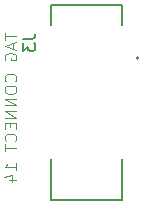
<source format=gbr>
%TF.GenerationSoftware,KiCad,Pcbnew,8.0.7*%
%TF.CreationDate,2025-01-18T18:24:10+01:00*%
%TF.ProjectId,tuff_tuff_pcb,74756666-5f74-4756-9666-5f7063622e6b,rev?*%
%TF.SameCoordinates,Original*%
%TF.FileFunction,Legend,Bot*%
%TF.FilePolarity,Positive*%
%FSLAX46Y46*%
G04 Gerber Fmt 4.6, Leading zero omitted, Abs format (unit mm)*
G04 Created by KiCad (PCBNEW 8.0.7) date 2025-01-18 18:24:10*
%MOMM*%
%LPD*%
G01*
G04 APERTURE LIST*
%ADD10C,0.100000*%
%ADD11C,0.150000*%
%ADD12C,0.127000*%
%ADD13C,0.200000*%
%ADD14R,1.700000X1.700000*%
%ADD15O,1.700000X1.700000*%
%ADD16C,2.451100*%
%ADD17C,1.066800*%
%ADD18C,0.991400*%
G04 APERTURE END LIST*
D10*
X-34127581Y47838973D02*
X-34127581Y47267545D01*
X-33127581Y47553259D02*
X-34127581Y47553259D01*
X-33413296Y46981830D02*
X-33413296Y46505640D01*
X-33127581Y47077068D02*
X-34127581Y46743735D01*
X-34127581Y46743735D02*
X-33127581Y46410402D01*
X-34079962Y45553259D02*
X-34127581Y45648497D01*
X-34127581Y45648497D02*
X-34127581Y45791354D01*
X-34127581Y45791354D02*
X-34079962Y45934211D01*
X-34079962Y45934211D02*
X-33984724Y46029449D01*
X-33984724Y46029449D02*
X-33889486Y46077068D01*
X-33889486Y46077068D02*
X-33699010Y46124687D01*
X-33699010Y46124687D02*
X-33556153Y46124687D01*
X-33556153Y46124687D02*
X-33365677Y46077068D01*
X-33365677Y46077068D02*
X-33270439Y46029449D01*
X-33270439Y46029449D02*
X-33175200Y45934211D01*
X-33175200Y45934211D02*
X-33127581Y45791354D01*
X-33127581Y45791354D02*
X-33127581Y45696116D01*
X-33127581Y45696116D02*
X-33175200Y45553259D01*
X-33175200Y45553259D02*
X-33222820Y45505640D01*
X-33222820Y45505640D02*
X-33556153Y45505640D01*
X-33556153Y45505640D02*
X-33556153Y45696116D01*
X-33222820Y43743735D02*
X-33175200Y43791354D01*
X-33175200Y43791354D02*
X-33127581Y43934211D01*
X-33127581Y43934211D02*
X-33127581Y44029449D01*
X-33127581Y44029449D02*
X-33175200Y44172306D01*
X-33175200Y44172306D02*
X-33270439Y44267544D01*
X-33270439Y44267544D02*
X-33365677Y44315163D01*
X-33365677Y44315163D02*
X-33556153Y44362782D01*
X-33556153Y44362782D02*
X-33699010Y44362782D01*
X-33699010Y44362782D02*
X-33889486Y44315163D01*
X-33889486Y44315163D02*
X-33984724Y44267544D01*
X-33984724Y44267544D02*
X-34079962Y44172306D01*
X-34079962Y44172306D02*
X-34127581Y44029449D01*
X-34127581Y44029449D02*
X-34127581Y43934211D01*
X-34127581Y43934211D02*
X-34079962Y43791354D01*
X-34079962Y43791354D02*
X-34032343Y43743735D01*
X-34127581Y43124687D02*
X-34127581Y42934211D01*
X-34127581Y42934211D02*
X-34079962Y42838973D01*
X-34079962Y42838973D02*
X-33984724Y42743735D01*
X-33984724Y42743735D02*
X-33794248Y42696116D01*
X-33794248Y42696116D02*
X-33460915Y42696116D01*
X-33460915Y42696116D02*
X-33270439Y42743735D01*
X-33270439Y42743735D02*
X-33175200Y42838973D01*
X-33175200Y42838973D02*
X-33127581Y42934211D01*
X-33127581Y42934211D02*
X-33127581Y43124687D01*
X-33127581Y43124687D02*
X-33175200Y43219925D01*
X-33175200Y43219925D02*
X-33270439Y43315163D01*
X-33270439Y43315163D02*
X-33460915Y43362782D01*
X-33460915Y43362782D02*
X-33794248Y43362782D01*
X-33794248Y43362782D02*
X-33984724Y43315163D01*
X-33984724Y43315163D02*
X-34079962Y43219925D01*
X-34079962Y43219925D02*
X-34127581Y43124687D01*
X-33127581Y42267544D02*
X-34127581Y42267544D01*
X-34127581Y42267544D02*
X-33127581Y41696116D01*
X-33127581Y41696116D02*
X-34127581Y41696116D01*
X-33127581Y41219925D02*
X-34127581Y41219925D01*
X-34127581Y41219925D02*
X-33127581Y40648497D01*
X-33127581Y40648497D02*
X-34127581Y40648497D01*
X-33651391Y40172306D02*
X-33651391Y39838973D01*
X-33127581Y39696116D02*
X-33127581Y40172306D01*
X-33127581Y40172306D02*
X-34127581Y40172306D01*
X-34127581Y40172306D02*
X-34127581Y39696116D01*
X-33222820Y38696116D02*
X-33175200Y38743735D01*
X-33175200Y38743735D02*
X-33127581Y38886592D01*
X-33127581Y38886592D02*
X-33127581Y38981830D01*
X-33127581Y38981830D02*
X-33175200Y39124687D01*
X-33175200Y39124687D02*
X-33270439Y39219925D01*
X-33270439Y39219925D02*
X-33365677Y39267544D01*
X-33365677Y39267544D02*
X-33556153Y39315163D01*
X-33556153Y39315163D02*
X-33699010Y39315163D01*
X-33699010Y39315163D02*
X-33889486Y39267544D01*
X-33889486Y39267544D02*
X-33984724Y39219925D01*
X-33984724Y39219925D02*
X-34079962Y39124687D01*
X-34079962Y39124687D02*
X-34127581Y38981830D01*
X-34127581Y38981830D02*
X-34127581Y38886592D01*
X-34127581Y38886592D02*
X-34079962Y38743735D01*
X-34079962Y38743735D02*
X-34032343Y38696116D01*
X-34127581Y38410401D02*
X-34127581Y37838973D01*
X-33127581Y38124687D02*
X-34127581Y38124687D01*
X-33127581Y36219925D02*
X-33127581Y36791353D01*
X-33127581Y36505639D02*
X-34127581Y36505639D01*
X-34127581Y36505639D02*
X-33984724Y36600877D01*
X-33984724Y36600877D02*
X-33889486Y36696115D01*
X-33889486Y36696115D02*
X-33841867Y36791353D01*
X-33794248Y35362782D02*
X-33127581Y35362782D01*
X-34175200Y35600877D02*
X-33460915Y35838972D01*
X-33460915Y35838972D02*
X-33460915Y35219925D01*
D11*
X-32532681Y47323334D02*
X-31818396Y47323334D01*
X-31818396Y47323334D02*
X-31675539Y47370953D01*
X-31675539Y47370953D02*
X-31580300Y47466191D01*
X-31580300Y47466191D02*
X-31532681Y47609048D01*
X-31532681Y47609048D02*
X-31532681Y47704286D01*
X-32532681Y46942381D02*
X-32532681Y46323334D01*
X-32532681Y46323334D02*
X-32151729Y46656667D01*
X-32151729Y46656667D02*
X-32151729Y46513810D01*
X-32151729Y46513810D02*
X-32104110Y46418572D01*
X-32104110Y46418572D02*
X-32056491Y46370953D01*
X-32056491Y46370953D02*
X-31961253Y46323334D01*
X-31961253Y46323334D02*
X-31723158Y46323334D01*
X-31723158Y46323334D02*
X-31627920Y46370953D01*
X-31627920Y46370953D02*
X-31580300Y46418572D01*
X-31580300Y46418572D02*
X-31532681Y46513810D01*
X-31532681Y46513810D02*
X-31532681Y46799524D01*
X-31532681Y46799524D02*
X-31580300Y46894762D01*
X-31580300Y46894762D02*
X-31627920Y46942381D01*
D12*
%TO.C,J3*%
X-30225000Y50160000D02*
X-24225000Y50160000D01*
X-30225000Y48530000D02*
X-30225000Y50160000D01*
X-30225000Y33660000D02*
X-30225000Y37190000D01*
X-24225000Y50160000D02*
X-24225000Y48530000D01*
X-24225000Y37190000D02*
X-24225000Y33660000D01*
X-24225000Y33660000D02*
X-30225000Y33660000D01*
D13*
X-22775000Y45720000D02*
G75*
G02*
X-22975000Y45720000I-100000J0D01*
G01*
X-22975000Y45720000D02*
G75*
G02*
X-22775000Y45720000I100000J0D01*
G01*
%TD*%
%LPC*%
D14*
%TO.C,J5*%
X-25000000Y12380000D03*
D15*
X-25000000Y14920000D03*
X-25000000Y17460000D03*
X-25000000Y20000000D03*
%TD*%
D14*
%TO.C,J4*%
X-20250000Y54525000D03*
D15*
X-17710000Y54525000D03*
%TD*%
D14*
%TO.C,J1*%
X-7220000Y74080000D03*
D15*
X-4680000Y74080000D03*
%TD*%
D16*
%TO.C,J3*%
X-24685000Y46990000D03*
D17*
X-27225000Y46990000D03*
D16*
X-29765000Y46990000D03*
X-24685000Y38735000D03*
X-29765000Y38735000D03*
D17*
X-26209000Y36830000D03*
X-28241000Y36830000D03*
D18*
X-26590000Y45720000D03*
X-26590000Y44450000D03*
X-26590000Y43180000D03*
X-26590000Y41910000D03*
X-26590000Y40640000D03*
X-26590000Y39370000D03*
X-26590000Y38100000D03*
X-27860000Y38100000D03*
X-27860000Y39370000D03*
X-27860000Y40640000D03*
X-27860000Y41910000D03*
X-27860000Y43180000D03*
X-27860000Y44450000D03*
X-27860000Y45720000D03*
%TD*%
%LPD*%
M02*

</source>
